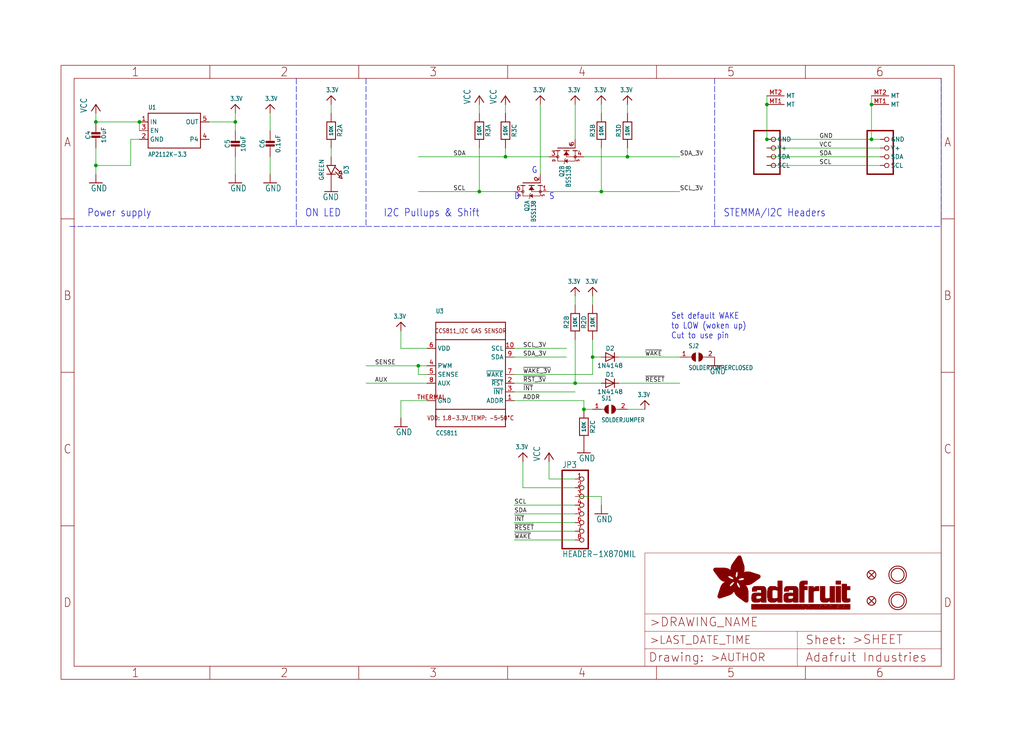
<source format=kicad_sch>
(kicad_sch (version 20211123) (generator eeschema)
  (paper "User" 298.45 217.881)
  (lib_symbols
    (symbol "eagleSchem-eagle-import:3.3V" (power)
      (property "Value" "3.3V" (at -1.524 1.016 0))
      (symbol "3.3V_1_0"
        (pin power_in line (at 0 -2.54 90) (length 2.54) (name "3.3V") (number "1"))
      )
    )
    (symbol "eagleSchem-eagle-import:CAP_CERAMIC0603_NO"
      (property "Reference" "C" (at -2.29 1.25 90))
      (property "Value" "CAP_CERAMIC0603_NO" (at 2.3 1.25 90))
      (symbol "CAP_CERAMIC0603_NO_1_0"
        (pin passive line (at 0 5.08 270) (length 2.54) (name "1") (number "1"))
        (pin passive line (at 0 -2.54 90) (length 2.54) (name "2") (number "2"))
      )
    )
    (symbol "eagleSchem-eagle-import:CAP_CERAMIC0805-NOOUTLINE"
      (property "Reference" "C" (at -2.29 1.25 90))
      (property "Value" "CAP_CERAMIC0805-NOOUTLINE" (at 2.3 1.25 90))
      (symbol "CAP_CERAMIC0805-NOOUTLINE_1_0"
        (pin passive line (at 0 5.08 270) (length 2.54) (name "1") (number "1"))
        (pin passive line (at 0 -2.54 90) (length 2.54) (name "2") (number "2"))
      )
    )
    (symbol "eagleSchem-eagle-import:CCS811"
      (property "Reference" "U" (at -10.16 17.78 0))
      (property "Value" "CCS811" (at -10.16 -17.78 0))
      (symbol "CCS811_1_0"
        (text "CCS811_I2C GAS SENSOR" (at 0 12.7 0) (effects (font (size 1.27 1.0795))))
        (text "VDD: 1.8-3.3V_TEMP: -5~50°C" (at 0 -12.7 0) (effects (font (size 1.27 1.0795))))
        (pin input line (at 12.7 -7.62 180) (length 2.54) (name "ADDR") (number "1"))
        (pin bidirectional line (at 12.7 7.62 180) (length 2.54) (name "SCL") (number "10"))
        (pin input line (at 12.7 -2.54 180) (length 2.54) (name "~{RST}") (number "2"))
        (pin output line (at 12.7 -5.08 180) (length 2.54) (name "~{INT}") (number "3"))
        (pin output line (at -12.7 2.54 0) (length 2.54) (name "PWM") (number "4"))
        (pin input line (at -12.7 0 0) (length 2.54) (name "SENSE") (number "5"))
        (pin power_in line (at -12.7 7.62 0) (length 2.54) (name "VDD") (number "6"))
        (pin input line (at 12.7 0 180) (length 2.54) (name "~{WAKE}") (number "7"))
        (pin passive line (at -12.7 -2.54 0) (length 2.54) (name "AUX") (number "8"))
        (pin bidirectional line (at 12.7 5.08 180) (length 2.54) (name "SDA") (number "9"))
        (pin power_in line (at -12.7 -7.62 0) (length 2.54) (name "GND") (number "THERMAL"))
      )
    )
    (symbol "eagleSchem-eagle-import:DIODESOD-323"
      (property "Reference" "D" (at 0 2.54 0))
      (property "Value" "DIODESOD-323" (at 0 -2.5 0))
      (symbol "DIODESOD-323_1_0"
        (pin passive line (at -2.54 0 0) (length 2.54) (name "A") (number "A"))
        (pin passive line (at 2.54 0 180) (length 2.54) (name "C") (number "C"))
      )
    )
    (symbol "eagleSchem-eagle-import:FIDUCIAL_1MM")
    (symbol "eagleSchem-eagle-import:FRAME_A4_ADAFRUIT"
      (symbol "FRAME_A4_ADAFRUIT_0_0"
        (text "1" (at 21.6958 1.905 0) (effects (font (size 2.54 2.286))))
        (text "1" (at 21.6958 177.165 0) (effects (font (size 2.54 2.286))))
        (text "2" (at 65.0875 1.905 0) (effects (font (size 2.54 2.286))))
        (text "2" (at 65.0875 177.165 0) (effects (font (size 2.54 2.286))))
        (text "3" (at 108.4792 1.905 0) (effects (font (size 2.54 2.286))))
        (text "3" (at 108.4792 177.165 0) (effects (font (size 2.54 2.286))))
        (text "4" (at 151.8708 1.905 0) (effects (font (size 2.54 2.286))))
        (text "4" (at 151.8708 177.165 0) (effects (font (size 2.54 2.286))))
        (text "5" (at 195.2625 1.905 0) (effects (font (size 2.54 2.286))))
        (text "5" (at 195.2625 177.165 0) (effects (font (size 2.54 2.286))))
        (text "6" (at 238.6542 1.905 0) (effects (font (size 2.54 2.286))))
        (text "6" (at 238.6542 177.165 0) (effects (font (size 2.54 2.286))))
        (text "A" (at 1.905 156.6863 0) (effects (font (size 2.54 2.286))))
        (text "A" (at 258.445 156.6863 0) (effects (font (size 2.54 2.286))))
        (text "B" (at 1.905 111.9188 0) (effects (font (size 2.54 2.286))))
        (text "B" (at 258.445 111.9188 0) (effects (font (size 2.54 2.286))))
        (text "C" (at 1.905 67.1513 0) (effects (font (size 2.54 2.286))))
        (text "C" (at 258.445 67.1513 0) (effects (font (size 2.54 2.286))))
        (text "D" (at 1.905 22.3838 0) (effects (font (size 2.54 2.286))))
        (text "D" (at 258.445 22.3838 0) (effects (font (size 2.54 2.286))))
      )
      (symbol "FRAME_A4_ADAFRUIT_1_0"
        (text ">AUTHOR" (at 189.23 5.08 0) (effects (font (size 2.286 2.286)) (justify left bottom)))
        (text ">DRAWING_NAME" (at 171.45 15.24 0) (effects (font (size 2.54 2.54)) (justify left bottom)))
        (text ">LAST_DATE_TIME" (at 171.45 10.16 0) (effects (font (size 2.286 2.286)) (justify left bottom)))
        (text ">SHEET" (at 230.505 10.16 0) (effects (font (size 2.54 2.54)) (justify left bottom)))
        (text "Adafruit Industries" (at 216.916 4.953 0) (effects (font (size 2.54 2.54)) (justify left bottom)))
        (text "Drawing:" (at 171.196 4.953 0) (effects (font (size 2.54 2.54)) (justify left bottom)))
        (text "Sheet:" (at 216.916 10.033 0) (effects (font (size 2.54 2.54)) (justify left bottom)))
      )
    )
    (symbol "eagleSchem-eagle-import:GND" (power)
      (property "Value" "GND" (at -2.54 -2.54 0))
      (symbol "GND_1_0"
        (pin power_in line (at 0 2.54 270) (length 2.54) (name "GND") (number "1"))
      )
    )
    (symbol "eagleSchem-eagle-import:HEADER-1X870MIL"
      (property "Reference" "JP" (at -6.35 13.335 0))
      (property "Value" "HEADER-1X870MIL" (at -6.35 -12.7 0))
      (symbol "HEADER-1X870MIL_1_0"
        (pin passive inverted (at -2.54 10.16 0) (length 2.54) (name "1") (number "1"))
        (pin passive inverted (at -2.54 7.62 0) (length 2.54) (name "2") (number "2"))
        (pin passive inverted (at -2.54 5.08 0) (length 2.54) (name "3") (number "3"))
        (pin passive inverted (at -2.54 2.54 0) (length 2.54) (name "4") (number "4"))
        (pin passive inverted (at -2.54 0 0) (length 2.54) (name "5") (number "5"))
        (pin passive inverted (at -2.54 -2.54 0) (length 2.54) (name "6") (number "6"))
        (pin passive inverted (at -2.54 -5.08 0) (length 2.54) (name "7") (number "7"))
        (pin passive inverted (at -2.54 -7.62 0) (length 2.54) (name "8") (number "8"))
      )
    )
    (symbol "eagleSchem-eagle-import:LED0603_NOOUTLINE"
      (property "Reference" "D" (at -1.27 4.445 0))
      (property "Value" "LED0603_NOOUTLINE" (at -1.27 -2.794 0))
      (symbol "LED0603_NOOUTLINE_1_0"
        (pin passive line (at -5.08 0 0) (length 2.54) (name "A") (number "A"))
        (pin passive line (at 2.54 0 180) (length 2.54) (name "C") (number "C"))
      )
    )
    (symbol "eagleSchem-eagle-import:MOSFET-N_DUAL"
      (property "Reference" "Q" (at 5.08 0.635 0))
      (property "Value" "MOSFET-N_DUAL" (at 5.08 -1.27 0))
      (symbol "MOSFET-N_DUAL_1_0"
        (text "D" (at 3.175 3.175 0) (effects (font (size 0.8128 0.6908)) (justify left bottom)))
        (text "G" (at -1.27 -1.905 0) (effects (font (size 0.8128 0.6908)) (justify left bottom)))
        (text "S" (at 3.175 -3.81 0) (effects (font (size 0.8128 0.6908)) (justify left bottom)))
        (pin bidirectional line (at 2.54 -5.08 90) (length 2.54) (name "S") (number "1"))
        (pin bidirectional line (at -2.54 -2.54 0) (length 2.54) (name "G") (number "2"))
        (pin bidirectional line (at 2.54 5.08 270) (length 2.54) (name "D") (number "6"))
      )
      (symbol "MOSFET-N_DUAL_2_0"
        (text "D" (at 3.175 3.175 0) (effects (font (size 0.8128 0.6908)) (justify left bottom)))
        (text "G" (at -1.27 -1.905 0) (effects (font (size 0.8128 0.6908)) (justify left bottom)))
        (text "S" (at 3.175 -3.81 0) (effects (font (size 0.8128 0.6908)) (justify left bottom)))
        (pin bidirectional line (at 2.54 5.08 270) (length 2.54) (name "D") (number "3"))
        (pin bidirectional line (at 2.54 -5.08 90) (length 2.54) (name "S") (number "4"))
        (pin bidirectional line (at -2.54 -2.54 0) (length 2.54) (name "G") (number "5"))
      )
    )
    (symbol "eagleSchem-eagle-import:MOUNTINGHOLE2.5")
    (symbol "eagleSchem-eagle-import:RESISTOR_4PACK"
      (property "Reference" "R" (at 0 2.54 0))
      (property "Value" "RESISTOR_4PACK" (at 0 0 0))
      (symbol "RESISTOR_4PACK_1_0"
        (pin passive line (at -5.08 0 0) (length 2.54) (name "1") (number "1"))
        (pin passive line (at 5.08 0 180) (length 2.54) (name "2") (number "8"))
      )
      (symbol "RESISTOR_4PACK_2_0"
        (pin passive line (at -5.08 0 0) (length 2.54) (name "1") (number "2"))
        (pin passive line (at 5.08 0 180) (length 2.54) (name "2") (number "7"))
      )
      (symbol "RESISTOR_4PACK_3_0"
        (pin passive line (at -5.08 0 0) (length 2.54) (name "1") (number "3"))
        (pin passive line (at 5.08 0 180) (length 2.54) (name "2") (number "6"))
      )
      (symbol "RESISTOR_4PACK_4_0"
        (pin passive line (at -5.08 0 0) (length 2.54) (name "1") (number "4"))
        (pin passive line (at 5.08 0 180) (length 2.54) (name "2") (number "5"))
      )
    )
    (symbol "eagleSchem-eagle-import:SOLDERJUMPER"
      (property "Reference" "SJ" (at -2.54 2.54 0))
      (property "Value" "SOLDERJUMPER" (at -2.54 -3.81 0))
      (symbol "SOLDERJUMPER_1_0"
        (pin passive line (at -5.08 0 0) (length 2.54) (name "1") (number "1"))
        (pin passive line (at 5.08 0 180) (length 2.54) (name "2") (number "2"))
      )
    )
    (symbol "eagleSchem-eagle-import:SOLDERJUMPERCLOSED"
      (property "Reference" "SJ" (at -2.54 2.54 0))
      (property "Value" "SOLDERJUMPERCLOSED" (at -2.54 -3.81 0))
      (symbol "SOLDERJUMPERCLOSED_1_0"
        (pin passive line (at -5.08 0 0) (length 2.54) (name "1") (number "1"))
        (pin passive line (at 5.08 0 180) (length 2.54) (name "2") (number "2"))
      )
    )
    (symbol "eagleSchem-eagle-import:STEMMA_I2C_QT"
      (symbol "STEMMA_I2C_QT_1_0"
        (pin passive inverted (at 0 5.08 0) (length 2.54) (name "GND") (number "1"))
        (pin passive inverted (at 0 2.54 0) (length 2.54) (name "V+") (number "2"))
        (pin passive inverted (at 0 0 0) (length 2.54) (name "SDA") (number "3"))
        (pin passive inverted (at 0 -2.54 0) (length 2.54) (name "SCL") (number "4"))
      )
      (symbol "STEMMA_I2C_QT_2_0"
        (pin bidirectional line (at 0 0 0) (length 5.08) (name "MT") (number "MT1"))
      )
      (symbol "STEMMA_I2C_QT_3_0"
        (pin bidirectional line (at 0 0 0) (length 5.08) (name "MT") (number "MT2"))
      )
    )
    (symbol "eagleSchem-eagle-import:VCC" (power)
      (property "Value" "VCC" (at -2.54 -2.54 90))
      (symbol "VCC_1_0"
        (pin power_in line (at 0 -2.54 90) (length 2.54) (name "VCC") (number "1"))
      )
    )
    (symbol "eagleSchem-eagle-import:VREG_SOT23-5"
      (property "Reference" "U" (at -7.62 6.096 0))
      (property "Value" "VREG_SOT23-5" (at -7.62 -7.62 0))
      (symbol "VREG_SOT23-5_1_0"
        (pin power_in line (at -10.16 2.54 0) (length 2.54) (name "IN") (number "1"))
        (pin power_in line (at -10.16 -2.54 0) (length 2.54) (name "GND") (number "2"))
        (pin input line (at -10.16 0 0) (length 2.54) (name "EN") (number "3"))
        (pin bidirectional line (at 10.16 -2.54 180) (length 2.54) (name "P4") (number "4"))
        (pin power_in line (at 10.16 2.54 180) (length 2.54) (name "OUT") (number "5"))
      )
    )
  )
  (junction (at 170.18 119.38))
  (junction (at 147.32 45.72))
  (junction (at 40.64 35.56))
  (junction (at 27.94 48.26))
  (junction (at 139.7 55.88))
  (junction (at 223.52 30.48))
  (junction (at 182.88 45.72))
  (junction (at 68.58 35.56))
  (junction (at 167.64 111.76))
  (junction (at 175.26 55.88))
  (junction (at 121.92 106.68))
  (junction (at 254 30.48))
  (junction (at 172.72 104.14))
  (junction (at 223.52 40.64))
  (junction (at 254 40.64))
  (junction (at 27.94 35.56))
  (wire (pts (xy 223.52 30.48) (xy 223.52 40.64)))
  (wire (pts (xy 180.34 111.76) (xy 198.12 111.76)))
  (wire (pts (xy 167.64 86.36) (xy 167.64 88.9)))
  (wire (pts (xy 167.64 139.7) (xy 160.02 139.7)))
  (wire (pts (xy 157.48 50.8) (xy 157.48 30.48)))
  (wire (pts (xy 172.72 99.06) (xy 172.72 104.14)))
  (wire (pts (xy 170.18 119.38) (xy 170.18 116.84)))
  (wire (pts (xy 121.92 106.68) (xy 124.46 106.68)))
  (wire (pts (xy 223.52 48.26) (xy 256.54 48.26)))
  (wire (pts (xy 167.64 152.4) (xy 149.86 152.4)))
  (wire (pts (xy 68.58 35.56) (xy 68.58 38.1)))
  (wire (pts (xy 139.7 43.18) (xy 139.7 55.88)))
  (wire (pts (xy 172.72 109.22) (xy 172.72 104.14)))
  (wire (pts (xy 223.52 43.18) (xy 256.54 43.18)))
  (wire (pts (xy 27.94 48.26) (xy 27.94 43.18)))
  (wire (pts (xy 121.92 106.68) (xy 106.68 106.68)))
  (polyline (pts (xy 208.28 66.04) (xy 274.32 66.04)))
  (wire (pts (xy 167.64 154.94) (xy 149.86 154.94)))
  (wire (pts (xy 182.88 45.72) (xy 198.12 45.72)))
  (wire (pts (xy 167.64 40.64) (xy 167.64 30.48)))
  (wire (pts (xy 139.7 30.48) (xy 139.7 33.02)))
  (wire (pts (xy 167.64 99.06) (xy 167.64 111.76)))
  (wire (pts (xy 147.32 45.72) (xy 121.92 45.72)))
  (wire (pts (xy 40.64 40.64) (xy 38.1 40.64)))
  (wire (pts (xy 60.96 35.56) (xy 68.58 35.56)))
  (wire (pts (xy 254 27.94) (xy 254 30.48)))
  (wire (pts (xy 116.84 116.84) (xy 116.84 121.92)))
  (wire (pts (xy 182.88 119.38) (xy 187.96 119.38)))
  (wire (pts (xy 167.64 144.78) (xy 175.26 144.78)))
  (wire (pts (xy 175.26 33.02) (xy 175.26 30.48)))
  (polyline (pts (xy 86.36 22.86) (xy 86.36 66.04)))
  (wire (pts (xy 40.64 38.1) (xy 40.64 35.56)))
  (wire (pts (xy 124.46 111.76) (xy 106.68 111.76)))
  (wire (pts (xy 152.4 142.24) (xy 152.4 134.62)))
  (wire (pts (xy 68.58 35.56) (xy 68.58 33.02)))
  (wire (pts (xy 170.18 119.38) (xy 172.72 119.38)))
  (polyline (pts (xy 274.32 22.86) (xy 274.32 66.04)))
  (wire (pts (xy 254 30.48) (xy 254 40.64)))
  (wire (pts (xy 121.92 109.22) (xy 121.92 106.68)))
  (wire (pts (xy 149.86 104.14) (xy 165.1 104.14)))
  (wire (pts (xy 38.1 40.64) (xy 38.1 48.26)))
  (wire (pts (xy 40.64 35.56) (xy 27.94 35.56)))
  (wire (pts (xy 160.02 45.72) (xy 147.32 45.72)))
  (wire (pts (xy 256.54 45.72) (xy 223.52 45.72)))
  (wire (pts (xy 160.02 55.88) (xy 175.26 55.88)))
  (wire (pts (xy 38.1 48.26) (xy 27.94 48.26)))
  (wire (pts (xy 96.52 45.72) (xy 96.52 43.18)))
  (wire (pts (xy 27.94 48.26) (xy 27.94 50.8)))
  (wire (pts (xy 165.1 101.6) (xy 149.86 101.6)))
  (wire (pts (xy 172.72 86.36) (xy 172.72 88.9)))
  (wire (pts (xy 175.26 55.88) (xy 198.12 55.88)))
  (wire (pts (xy 149.86 111.76) (xy 167.64 111.76)))
  (wire (pts (xy 27.94 33.02) (xy 27.94 35.56)))
  (wire (pts (xy 78.74 45.72) (xy 78.74 50.8)))
  (wire (pts (xy 182.88 43.18) (xy 182.88 45.72)))
  (wire (pts (xy 175.26 43.18) (xy 175.26 55.88)))
  (polyline (pts (xy 106.68 66.04) (xy 208.28 66.04)))
  (polyline (pts (xy 208.28 22.86) (xy 208.28 66.04)))
  (wire (pts (xy 254 40.64) (xy 223.52 40.64)))
  (wire (pts (xy 256.54 40.64) (xy 254 40.64)))
  (wire (pts (xy 124.46 109.22) (xy 121.92 109.22)))
  (wire (pts (xy 124.46 101.6) (xy 116.84 101.6)))
  (wire (pts (xy 170.18 116.84) (xy 149.86 116.84)))
  (wire (pts (xy 160.02 139.7) (xy 160.02 134.62)))
  (wire (pts (xy 149.86 55.88) (xy 139.7 55.88)))
  (wire (pts (xy 170.18 45.72) (xy 182.88 45.72)))
  (polyline (pts (xy 86.36 66.04) (xy 106.68 66.04)))
  (wire (pts (xy 78.74 33.02) (xy 78.74 38.1)))
  (polyline (pts (xy 20.32 66.04) (xy 86.36 66.04)))
  (wire (pts (xy 175.26 144.78) (xy 175.26 147.32)))
  (wire (pts (xy 172.72 104.14) (xy 175.26 104.14)))
  (wire (pts (xy 149.86 147.32) (xy 167.64 147.32)))
  (wire (pts (xy 124.46 116.84) (xy 116.84 116.84)))
  (wire (pts (xy 223.52 27.94) (xy 223.52 30.48)))
  (wire (pts (xy 167.64 111.76) (xy 175.26 111.76)))
  (wire (pts (xy 147.32 33.02) (xy 147.32 30.48)))
  (wire (pts (xy 149.86 114.3) (xy 167.64 114.3)))
  (wire (pts (xy 182.88 33.02) (xy 182.88 30.48)))
  (wire (pts (xy 147.32 43.18) (xy 147.32 45.72)))
  (wire (pts (xy 149.86 149.86) (xy 167.64 149.86)))
  (wire (pts (xy 149.86 109.22) (xy 172.72 109.22)))
  (wire (pts (xy 68.58 45.72) (xy 68.58 50.8)))
  (polyline (pts (xy 106.68 22.86) (xy 106.68 66.04)))
  (wire (pts (xy 116.84 101.6) (xy 116.84 96.52)))
  (wire (pts (xy 180.34 104.14) (xy 198.12 104.14)))
  (wire (pts (xy 96.52 30.48) (xy 96.52 33.02)))
  (wire (pts (xy 149.86 157.48) (xy 167.64 157.48)))
  (wire (pts (xy 139.7 55.88) (xy 121.92 55.88)))
  (wire (pts (xy 167.64 142.24) (xy 152.4 142.24)))
  (text "D" (at 149.86 58.42 180) (effects (font (size 1.778 1.5113)) (justify left bottom)))
  (text "G" (at 154.94 50.8 180) (effects (font (size 1.778 1.5113)) (justify left bottom)))
  (text "Set default WAKE\nto LOW (woken up)\nCut to use pin~{}" (at 195.58 99.06 0) (effects (font (size 1.778 1.5113)) (justify left bottom)))
  (text "Power supply" (at 25.4 63.5 180) (effects (font (size 2.1844 1.8567)) (justify left bottom)))
  (text "STEMMA/I2C Headers" (at 210.82 63.5 180) (effects (font (size 2.1844 1.8567)) (justify left bottom)))
  (text "ON LED" (at 88.9 63.5 180) (effects (font (size 2.1844 1.8567)) (justify left bottom)))
  (text "I2C Pullups & Shift" (at 111.76 63.5 180) (effects (font (size 2.1844 1.8567)) (justify left bottom)))
  (text "S" (at 160.02 58.42 180) (effects (font (size 1.778 1.5113)) (justify left bottom)))
  (label "AUX" (at 109.22 111.76 0) (effects (font (size 1.2446 1.2446))))
  (label "SCL" (at 132.08 55.88 0) (effects (font (size 1.2446 1.2446))))
  (label "ADDR" (at 152.4 116.84 0) (effects (font (size 1.2446 1.2446))))
  (label "SCL" (at 149.86 147.32 0) (effects (font (size 1.2446 1.2446))))
  (label "GND" (at 238.76 40.64 0) (effects (font (size 1.2446 1.2446))))
  (label "SDA" (at 238.76 45.72 0) (effects (font (size 1.2446 1.2446))))
  (label "~{RESET}" (at 149.86 154.94 0) (effects (font (size 1.2446 1.2446))))
  (label "~{RESET}" (at 187.96 111.76 0) (effects (font (size 1.2446 1.2446))))
  (label "~{INT}" (at 152.4 114.3 0) (effects (font (size 1.2446 1.2446))))
  (label "~{INT}" (at 149.86 152.4 0) (effects (font (size 1.2446 1.2446))))
  (label "SDA" (at 149.86 149.86 0) (effects (font (size 1.2446 1.2446))))
  (label "~{WAKE}" (at 187.96 104.14 0) (effects (font (size 1.2446 1.2446))))
  (label "VCC" (at 238.76 43.18 0) (effects (font (size 1.2446 1.2446))))
  (label "SENSE" (at 109.22 106.68 0) (effects (font (size 1.2446 1.2446))))
  (label "SCL_3V" (at 152.4 101.6 0) (effects (font (size 1.2446 1.2446))))
  (label "SDA_3V" (at 152.4 104.14 0) (effects (font (size 1.2446 1.2446))))
  (label "~{WAKE}" (at 149.86 157.48 0) (effects (font (size 1.2446 1.2446))))
  (label "SDA_3V" (at 198.12 45.72 0) (effects (font (size 1.2446 1.2446))))
  (label "~{RST_3V}" (at 152.4 111.76 0) (effects (font (size 1.2446 1.2446))))
  (label "~{WAKE_3V}" (at 152.4 109.22 0) (effects (font (size 1.2446 1.2446))))
  (label "SDA" (at 132.08 45.72 0) (effects (font (size 1.2446 1.2446))))
  (label "SCL_3V" (at 198.12 55.88 0) (effects (font (size 1.2446 1.2446))))
  (label "SCL" (at 238.76 48.26 0) (effects (font (size 1.2446 1.2446))))
  (symbol (lib_id "eagleSchem-eagle-import:GND") (at 78.74 53.34 0) (unit 1)
    (property "Reference" "#U$30" (effects hide))
    (property "Value" "GND" (at 77.216 55.88 0) (effects (font (size 1.778 1.5113)) (justify left bottom)))
    (property "Footprint" "eagleSchem:" (effects hide))
  )
  (symbol (lib_id "eagleSchem-eagle-import:3.3V") (at 167.64 83.82 0) (mirror y) (unit 1)
    (property "Reference" "#U$24" (effects hide))
    (property "Value" "3.3V" (at 169.164 82.804 0) (effects (font (size 1.27 1.0795)) (justify left bottom)))
    (property "Footprint" "eagleSchem:" (effects hide))
  )
  (symbol (lib_id "eagleSchem-eagle-import:RESISTOR_4PACK") (at 170.18 124.46 270) (unit 3)
    (property "Reference" "R2" (at 172.72 124.46 0))
    (property "Value" "10K" (at 170.18 124.46 0) (effects (font (size 1.016 1.016) bold)))
    (property "Footprint" "eagleSchem:RESPACK_4X0603" (effects hide))
  )
  (symbol (lib_id "eagleSchem-eagle-import:FIDUCIAL_1MM") (at 254 167.64 0) (unit 1)
    (property "Reference" "FID4" (effects hide))
    (property "Value" "FIDUCIAL_1MM" (effects hide))
    (property "Footprint" "eagleSchem:FIDUCIAL_1MM" (effects hide))
  )
  (symbol (lib_id "eagleSchem-eagle-import:FIDUCIAL_1MM") (at 254 175.26 0) (unit 1)
    (property "Reference" "FID3" (effects hide))
    (property "Value" "FIDUCIAL_1MM" (effects hide))
    (property "Footprint" "eagleSchem:FIDUCIAL_1MM" (effects hide))
  )
  (symbol (lib_id "eagleSchem-eagle-import:3.3V") (at 68.58 30.48 0) (unit 1)
    (property "Reference" "#U$33" (effects hide))
    (property "Value" "3.3V" (at 67.056 29.464 0) (effects (font (size 1.27 1.0795)) (justify left bottom)))
    (property "Footprint" "eagleSchem:" (effects hide))
  )
  (symbol (lib_id "eagleSchem-eagle-import:LED0603_NOOUTLINE") (at 96.52 50.8 270) (unit 1)
    (property "Reference" "D3" (at 100.965 49.53 0))
    (property "Value" "GREEN" (at 93.726 49.53 0))
    (property "Footprint" "eagleSchem:CHIPLED_0603_NOOUTLINE" (effects hide))
  )
  (symbol (lib_id "eagleSchem-eagle-import:3.3V") (at 96.52 27.94 0) (unit 1)
    (property "Reference" "#U$44" (effects hide))
    (property "Value" "3.3V" (at 94.996 26.924 0) (effects (font (size 1.27 1.0795)) (justify left bottom)))
    (property "Footprint" "eagleSchem:" (effects hide))
  )
  (symbol (lib_id "eagleSchem-eagle-import:CCS811") (at 137.16 109.22 0) (unit 1)
    (property "Reference" "U3" (at 127 91.44 0) (effects (font (size 1.27 1.0795)) (justify left bottom)))
    (property "Value" "CCS811" (at 127 127 0) (effects (font (size 1.27 1.0795)) (justify left bottom)))
    (property "Footprint" "eagleSchem:CCS811" (effects hide))
  )
  (symbol (lib_id "eagleSchem-eagle-import:CAP_CERAMIC0603_NO") (at 78.74 43.18 0) (unit 1)
    (property "Reference" "C6" (at 76.45 41.93 90))
    (property "Value" "0.1uF" (at 81.04 41.93 90))
    (property "Footprint" "eagleSchem:0603-NO" (effects hide))
  )
  (symbol (lib_id "eagleSchem-eagle-import:STEMMA_I2C_QT") (at 223.52 45.72 0) (unit 1)
    (property "Reference" "CONN3" (effects hide))
    (property "Value" "STEMMA_I2C_QT" (effects hide))
    (property "Footprint" "eagleSchem:JST_SH4" (effects hide))
  )
  (symbol (lib_id "eagleSchem-eagle-import:MOUNTINGHOLE2.5") (at 261.62 175.26 0) (unit 1)
    (property "Reference" "U$39" (effects hide))
    (property "Value" "MOUNTINGHOLE2.5" (effects hide))
    (property "Footprint" "eagleSchem:MOUNTINGHOLE_2.5_PLATED" (effects hide))
  )
  (symbol (lib_id "eagleSchem-eagle-import:VCC") (at 147.32 27.94 0) (unit 1)
    (property "Reference" "#P+2" (effects hide))
    (property "Value" "VCC" (at 144.78 30.48 90) (effects (font (size 1.778 1.5113)) (justify left bottom)))
    (property "Footprint" "eagleSchem:" (effects hide))
  )
  (symbol (lib_id "eagleSchem-eagle-import:3.3V") (at 187.96 116.84 0) (mirror y) (unit 1)
    (property "Reference" "#U$26" (effects hide))
    (property "Value" "3.3V" (at 189.484 115.824 0) (effects (font (size 1.27 1.0795)) (justify left bottom)))
    (property "Footprint" "eagleSchem:" (effects hide))
  )
  (symbol (lib_id "eagleSchem-eagle-import:GND") (at 208.28 106.68 0) (unit 1)
    (property "Reference" "#U$3" (effects hide))
    (property "Value" "GND" (at 206.756 109.22 0) (effects (font (size 1.778 1.5113)) (justify left bottom)))
    (property "Footprint" "eagleSchem:" (effects hide))
  )
  (symbol (lib_id "eagleSchem-eagle-import:VCC") (at 139.7 27.94 0) (unit 1)
    (property "Reference" "#P+1" (effects hide))
    (property "Value" "VCC" (at 137.16 30.48 90) (effects (font (size 1.778 1.5113)) (justify left bottom)))
    (property "Footprint" "eagleSchem:" (effects hide))
  )
  (symbol (lib_id "eagleSchem-eagle-import:MOUNTINGHOLE2.5") (at 261.62 167.64 0) (unit 1)
    (property "Reference" "U$40" (effects hide))
    (property "Value" "MOUNTINGHOLE2.5" (effects hide))
    (property "Footprint" "eagleSchem:MOUNTINGHOLE_2.5_PLATED" (effects hide))
  )
  (symbol (lib_id "eagleSchem-eagle-import:3.3V") (at 116.84 93.98 0) (mirror y) (unit 1)
    (property "Reference" "#U$22" (effects hide))
    (property "Value" "3.3V" (at 118.364 92.964 0) (effects (font (size 1.27 1.0795)) (justify left bottom)))
    (property "Footprint" "eagleSchem:" (effects hide))
  )
  (symbol (lib_id "eagleSchem-eagle-import:3.3V") (at 167.64 27.94 0) (mirror y) (unit 1)
    (property "Reference" "#U$37" (effects hide))
    (property "Value" "3.3V" (at 169.164 26.924 0) (effects (font (size 1.27 1.0795)) (justify left bottom)))
    (property "Footprint" "eagleSchem:" (effects hide))
  )
  (symbol (lib_id "eagleSchem-eagle-import:RESISTOR_4PACK") (at 96.52 38.1 270) (unit 1)
    (property "Reference" "R2" (at 99.06 38.1 0))
    (property "Value" "10K" (at 96.52 38.1 0) (effects (font (size 1.016 1.016) bold)))
    (property "Footprint" "eagleSchem:RESPACK_4X0603" (effects hide))
  )
  (symbol (lib_id "eagleSchem-eagle-import:FRAME_A4_ADAFRUIT") (at 17.78 198.12 0) (unit 1)
    (property "Reference" "#U$41" (effects hide))
    (property "Value" "FRAME_A4_ADAFRUIT" (effects hide))
    (property "Footprint" "eagleSchem:" (effects hide))
  )
  (symbol (lib_id "eagleSchem-eagle-import:VCC") (at 160.02 132.08 0) (unit 1)
    (property "Reference" "#P+4" (effects hide))
    (property "Value" "VCC" (at 157.48 134.62 90) (effects (font (size 1.778 1.5113)) (justify left bottom)))
    (property "Footprint" "eagleSchem:" (effects hide))
  )
  (symbol (lib_id "eagleSchem-eagle-import:RESISTOR_4PACK") (at 147.32 38.1 270) (unit 3)
    (property "Reference" "R3" (at 149.86 38.1 0))
    (property "Value" "10K" (at 147.32 38.1 0) (effects (font (size 1.016 1.016) bold)))
    (property "Footprint" "eagleSchem:RESPACK_4X0603" (effects hide))
  )
  (symbol (lib_id "eagleSchem-eagle-import:CAP_CERAMIC0805-NOOUTLINE") (at 68.58 43.18 0) (unit 1)
    (property "Reference" "C5" (at 66.29 41.93 90))
    (property "Value" "10uF" (at 70.88 41.93 90))
    (property "Footprint" "eagleSchem:0805-NO" (effects hide))
  )
  (symbol (lib_id "eagleSchem-eagle-import:RESISTOR_4PACK") (at 175.26 38.1 90) (mirror x) (unit 2)
    (property "Reference" "R3" (at 172.72 38.1 0))
    (property "Value" "10K" (at 175.26 38.1 0) (effects (font (size 1.016 1.016) bold)))
    (property "Footprint" "eagleSchem:RESPACK_4X0603" (effects hide))
  )
  (symbol (lib_id "eagleSchem-eagle-import:STEMMA_I2C_QT") (at 254 30.48 0) (unit 2)
    (property "Reference" "CONN4" (effects hide))
    (property "Value" "STEMMA_I2C_QT" (effects hide))
    (property "Footprint" "eagleSchem:JST_SH4" (effects hide))
  )
  (symbol (lib_id "eagleSchem-eagle-import:3.3V") (at 157.48 27.94 0) (mirror y) (unit 1)
    (property "Reference" "#U$36" (effects hide))
    (property "Value" "3.3V" (at 159.004 26.924 0) (effects (font (size 1.27 1.0795)) (justify left bottom)))
    (property "Footprint" "eagleSchem:" (effects hide))
  )
  (symbol (lib_id "eagleSchem-eagle-import:GND") (at 170.18 132.08 0) (unit 1)
    (property "Reference" "#U$23" (effects hide))
    (property "Value" "GND" (at 168.656 134.62 0) (effects (font (size 1.778 1.5113)) (justify left bottom)))
    (property "Footprint" "eagleSchem:" (effects hide))
  )
  (symbol (lib_id "eagleSchem-eagle-import:GND") (at 175.26 149.86 0) (unit 1)
    (property "Reference" "#U$7" (effects hide))
    (property "Value" "GND" (at 173.736 152.4 0) (effects (font (size 1.778 1.5113)) (justify left bottom)))
    (property "Footprint" "eagleSchem:" (effects hide))
  )
  (symbol (lib_id "eagleSchem-eagle-import:STEMMA_I2C_QT") (at 223.52 27.94 0) (unit 3)
    (property "Reference" "CONN3" (effects hide))
    (property "Value" "STEMMA_I2C_QT" (effects hide))
    (property "Footprint" "eagleSchem:JST_SH4" (effects hide))
  )
  (symbol (lib_id "eagleSchem-eagle-import:GND") (at 68.58 53.34 0) (unit 1)
    (property "Reference" "#U$29" (effects hide))
    (property "Value" "GND" (at 67.056 55.88 0) (effects (font (size 1.778 1.5113)) (justify left bottom)))
    (property "Footprint" "eagleSchem:" (effects hide))
  )
  (symbol (lib_id "eagleSchem-eagle-import:GND") (at 27.94 53.34 0) (unit 1)
    (property "Reference" "#U$28" (effects hide))
    (property "Value" "GND" (at 26.416 55.88 0) (effects (font (size 1.778 1.5113)) (justify left bottom)))
    (property "Footprint" "eagleSchem:" (effects hide))
  )
  (symbol (lib_id "eagleSchem-eagle-import:DIODESOD-323") (at 177.8 111.76 0) (unit 1)
    (property "Reference" "D1" (at 177.8 109.22 0))
    (property "Value" "1N4148" (at 177.8 114.26 0))
    (property "Footprint" "eagleSchem:SOD-323" (effects hide))
  )
  (symbol (lib_id "eagleSchem-eagle-import:3.3V") (at 172.72 83.82 0) (mirror y) (unit 1)
    (property "Reference" "#U$25" (effects hide))
    (property "Value" "3.3V" (at 174.244 82.804 0) (effects (font (size 1.27 1.0795)) (justify left bottom)))
    (property "Footprint" "eagleSchem:" (effects hide))
  )
  (symbol (lib_id "eagleSchem-eagle-import:STEMMA_I2C_QT") (at 256.54 45.72 0) (unit 1)
    (property "Reference" "CONN4" (effects hide))
    (property "Value" "STEMMA_I2C_QT" (effects hide))
    (property "Footprint" "eagleSchem:JST_SH4" (effects hide))
  )
  (symbol (lib_id "eagleSchem-eagle-import:DIODESOD-323") (at 177.8 104.14 0) (unit 1)
    (property "Reference" "D2" (at 177.8 101.6 0))
    (property "Value" "1N4148" (at 177.8 106.64 0))
    (property "Footprint" "eagleSchem:SOD-323" (effects hide))
  )
  (symbol (lib_id "eagleSchem-eagle-import:MOSFET-N_DUAL") (at 154.94 53.34 90) (mirror x) (unit 1)
    (property "Reference" "Q2" (at 154.305 58.42 0) (effects (font (size 1.27 1.0795)) (justify left bottom)))
    (property "Value" "BSS138" (at 156.21 58.42 0) (effects (font (size 1.27 1.0795)) (justify left bottom)))
    (property "Footprint" "eagleSchem:SOT363" (effects hide))
  )
  (symbol (lib_id "eagleSchem-eagle-import:3.3V") (at 78.74 30.48 0) (unit 1)
    (property "Reference" "#U$32" (effects hide))
    (property "Value" "3.3V" (at 77.216 29.464 0) (effects (font (size 1.27 1.0795)) (justify left bottom)))
    (property "Footprint" "eagleSchem:" (effects hide))
  )
  (symbol (lib_id "eagleSchem-eagle-import:3.3V") (at 152.4 132.08 0) (mirror y) (unit 1)
    (property "Reference" "#U$19" (effects hide))
    (property "Value" "3.3V" (at 153.924 131.064 0) (effects (font (size 1.27 1.0795)) (justify left bottom)))
    (property "Footprint" "eagleSchem:" (effects hide))
  )
  (symbol (lib_id "eagleSchem-eagle-import:3.3V") (at 175.26 27.94 0) (mirror y) (unit 1)
    (property "Reference" "#U$35" (effects hide))
    (property "Value" "3.3V" (at 176.784 26.924 0) (effects (font (size 1.27 1.0795)) (justify left bottom)))
    (property "Footprint" "eagleSchem:" (effects hide))
  )
  (symbol (lib_id "eagleSchem-eagle-import:GND") (at 116.84 124.46 0) (unit 1)
    (property "Reference" "#U$2" (effects hide))
    (property "Value" "GND" (at 115.316 127 0) (effects (font (size 1.778 1.5113)) (justify left bottom)))
    (property "Footprint" "eagleSchem:" (effects hide))
  )
  (symbol (lib_id "eagleSchem-eagle-import:VCC") (at 27.94 30.48 0) (unit 1)
    (property "Reference" "#P+3" (effects hide))
    (property "Value" "VCC" (at 25.4 33.02 90) (effects (font (size 1.778 1.5113)) (justify left bottom)))
    (property "Footprint" "eagleSchem:" (effects hide))
  )
  (symbol (lib_id "eagleSchem-eagle-import:HEADER-1X870MIL") (at 170.18 149.86 0) (unit 1)
    (property "Reference" "JP3" (at 163.83 136.525 0) (effects (font (size 1.778 1.5113)) (justify left bottom)))
    (property "Value" "HEADER-1X870MIL" (at 163.83 162.56 0) (effects (font (size 1.778 1.5113)) (justify left bottom)))
    (property "Footprint" "eagleSchem:1X08_ROUND_70" (effects hide))
  )
  (symbol (lib_id "eagleSchem-eagle-import:MOSFET-N_DUAL") (at 165.1 43.18 90) (mirror x) (unit 2)
    (property "Reference" "Q2" (at 164.465 48.26 0) (effects (font (size 1.27 1.0795)) (justify left bottom)))
    (property "Value" "BSS138" (at 166.37 48.26 0) (effects (font (size 1.27 1.0795)) (justify left bottom)))
    (property "Footprint" "eagleSchem:SOT363" (effects hide))
  )
  (symbol (lib_id "eagleSchem-eagle-import:SOLDERJUMPER") (at 177.8 119.38 0) (unit 1)
    (property "Reference" "SJ1" (at 175.26 116.84 0) (effects (font (size 1.27 1.0795)) (justify left bottom)))
    (property "Value" "SOLDERJUMPER" (at 175.26 123.19 0) (effects (font (size 1.27 1.0795)) (justify left bottom)))
    (property "Footprint" "eagleSchem:SOLDERJUMPER_ARROW_NOPASTE" (effects hide))
  )
  (symbol (lib_id "eagleSchem-eagle-import:CAP_CERAMIC0805-NOOUTLINE") (at 27.94 40.64 0) (unit 1)
    (property "Reference" "C4" (at 25.65 39.39 90))
    (property "Value" "10uF" (at 30.24 39.39 90))
    (property "Footprint" "eagleSchem:0805-NO" (effects hide))
  )
  (symbol (lib_id "eagleSchem-eagle-import:RESISTOR_4PACK") (at 139.7 38.1 270) (unit 1)
    (property "Reference" "R3" (at 142.24 38.1 0))
    (property "Value" "10K" (at 139.7 38.1 0) (effects (font (size 1.016 1.016) bold)))
    (property "Footprint" "eagleSchem:RESPACK_4X0603" (effects hide))
  )
  (symbol (lib_id "eagleSchem-eagle-import:RESISTOR_4PACK") (at 182.88 38.1 90) (mirror x) (unit 4)
    (property "Reference" "R3" (at 180.34 38.1 0))
    (property "Value" "10K" (at 182.88 38.1 0) (effects (font (size 1.016 1.016) bold)))
    (property "Footprint" "eagleSchem:RESPACK_4X0603" (effects hide))
  )
  (symbol (lib_id "eagleSchem-eagle-import:STEMMA_I2C_QT") (at 223.52 30.48 0) (unit 2)
    (property "Reference" "CONN3" (effects hide))
    (property "Value" "STEMMA_I2C_QT" (effects hide))
    (property "Footprint" "eagleSchem:JST_SH4" (effects hide))
  )
  (symbol (lib_id "eagleSchem-eagle-import:STEMMA_I2C_QT") (at 254 27.94 0) (unit 3)
    (property "Reference" "CONN4" (effects hide))
    (property "Value" "STEMMA_I2C_QT" (effects hide))
    (property "Footprint" "eagleSchem:JST_SH4" (effects hide))
  )
  (symbol (lib_id "eagleSchem-eagle-import:RESISTOR_4PACK") (at 172.72 93.98 90) (unit 4)
    (property "Reference" "R2" (at 170.18 93.98 0))
    (property "Value" "10K" (at 172.72 93.98 0) (effects (font (size 1.016 1.016) bold)))
    (property "Footprint" "eagleSchem:RESPACK_4X0603" (effects hide))
  )
  (symbol (lib_id "eagleSchem-eagle-import:VREG_SOT23-5") (at 50.8 38.1 0) (unit 1)
    (property "Reference" "U1" (at 43.18 32.004 0) (effects (font (size 1.27 1.0795)) (justify left bottom)))
    (property "Value" "AP2112K-3.3" (at 43.18 45.72 0) (effects (font (size 1.27 1.0795)) (justify left bottom)))
    (property "Footprint" "eagleSchem:SOT23-5" (effects hide))
  )
  (symbol (lib_id "eagleSchem-eagle-import:RESISTOR_4PACK") (at 167.64 93.98 90) (unit 2)
    (property "Reference" "R2" (at 165.1 93.98 0))
    (property "Value" "10K" (at 167.64 93.98 0) (effects (font (size 1.016 1.016) bold)))
    (property "Footprint" "eagleSchem:RESPACK_4X0603" (effects hide))
  )
  (symbol (lib_id "eagleSchem-eagle-import:GND") (at 96.52 55.88 0) (unit 1)
    (property "Reference" "#GND6" (effects hide))
    (property "Value" "GND" (at 93.98 58.42 0) (effects (font (size 1.778 1.5113)) (justify left bottom)))
    (property "Footprint" "eagleSchem:" (effects hide))
  )
  (symbol (lib_id "eagleSchem-eagle-import:3.3V") (at 182.88 27.94 0) (mirror y) (unit 1)
    (property "Reference" "#U$34" (effects hide))
    (property "Value" "3.3V" (at 184.404 26.924 0) (effects (font (size 1.27 1.0795)) (justify left bottom)))
    (property "Footprint" "eagleSchem:" (effects hide))
  )
  (symbol (lib_id "eagleSchem-eagle-import:SOLDERJUMPERCLOSED") (at 203.2 104.14 0) (unit 1)
    (property "Reference" "SJ2" (at 200.66 101.6 0) (effects (font (size 1.27 1.0795)) (justify left bottom)))
    (property "Value" "SOLDERJUMPERCLOSED" (at 200.66 107.95 0) (effects (font (size 1.27 1.0795)) (justify left bottom)))
    (property "Footprint" "eagleSchem:SOLDERJUMPER_CLOSEDWIRE" (effects hide))
  )
)
</source>
